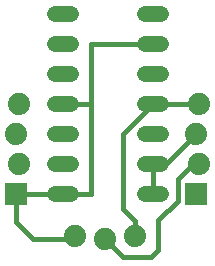
<source format=gbl>
G75*
G70*
%OFA0B0*%
%FSLAX24Y24*%
%IPPOS*%
%LPD*%
%AMOC8*
5,1,8,0,0,1.08239X$1,22.5*
%
%ADD10C,0.0520*%
%ADD11R,0.0740X0.0740*%
%ADD12C,0.0740*%
%ADD13C,0.0160*%
D10*
X003993Y003468D02*
X004513Y003468D01*
X004513Y004468D02*
X003993Y004468D01*
X003993Y005468D02*
X004513Y005468D01*
X004513Y006468D02*
X003993Y006468D01*
X003993Y007468D02*
X004513Y007468D01*
X004513Y008468D02*
X003993Y008468D01*
X003993Y009468D02*
X004513Y009468D01*
X006993Y009468D02*
X007513Y009468D01*
X007513Y008468D02*
X006993Y008468D01*
X006993Y007468D02*
X007513Y007468D01*
X007513Y006468D02*
X006993Y006468D01*
X006993Y005468D02*
X007513Y005468D01*
X007513Y004468D02*
X006993Y004468D01*
X006993Y003468D02*
X007513Y003468D01*
D11*
X008703Y003468D03*
X002703Y003468D03*
D12*
X002803Y004468D03*
X002703Y005468D03*
X002803Y006468D03*
X004658Y002054D03*
X005658Y001954D03*
X006658Y002054D03*
X008803Y004468D03*
X008703Y005468D03*
X008803Y006468D03*
D13*
X002703Y003468D02*
X002703Y002518D01*
X003253Y001968D01*
X004571Y001968D01*
X004658Y002054D01*
X005658Y001954D02*
X006255Y001357D01*
X007192Y001357D01*
X007429Y001594D01*
X007429Y002588D01*
X008084Y003243D01*
X008084Y003966D01*
X008586Y004468D01*
X008803Y004468D01*
X008703Y005468D02*
X007703Y004468D01*
X007253Y004468D01*
X007253Y003468D01*
X006658Y002562D02*
X006253Y002968D01*
X006253Y005468D01*
X007253Y006468D01*
X008803Y006468D01*
X007252Y008468D02*
X007253Y008468D01*
X007252Y008468D02*
X005180Y008468D01*
X005180Y006468D01*
X005180Y003468D01*
X004253Y003468D01*
X002703Y003468D01*
X004253Y006468D02*
X005180Y006468D01*
X006658Y002562D02*
X006658Y002054D01*
M02*

</source>
